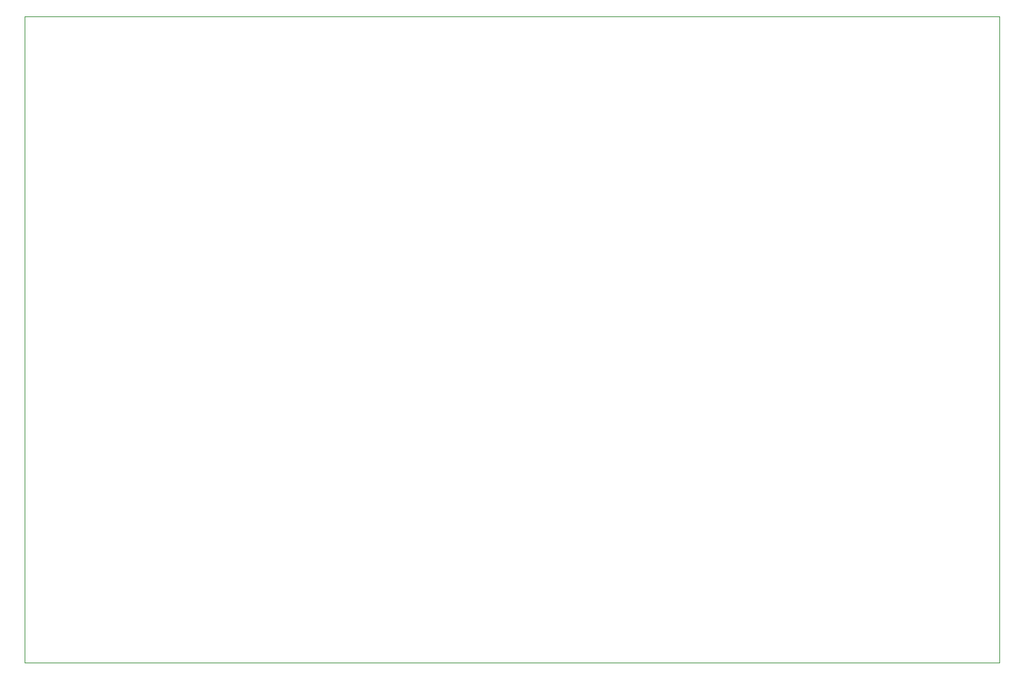
<source format=gbr>
%TF.GenerationSoftware,KiCad,Pcbnew,(5.1.7)-1*%
%TF.CreationDate,2021-03-18T15:35:39+01:00*%
%TF.ProjectId,RBY_tireuse,5242595f-7469-4726-9575-73652e6b6963,rev?*%
%TF.SameCoordinates,Original*%
%TF.FileFunction,Profile,NP*%
%FSLAX46Y46*%
G04 Gerber Fmt 4.6, Leading zero omitted, Abs format (unit mm)*
G04 Created by KiCad (PCBNEW (5.1.7)-1) date 2021-03-18 15:35:39*
%MOMM*%
%LPD*%
G01*
G04 APERTURE LIST*
%TA.AperFunction,Profile*%
%ADD10C,0.050000*%
%TD*%
G04 APERTURE END LIST*
D10*
X46990000Y-46990000D02*
X46990000Y-127000000D01*
X167640000Y-46990000D02*
X46990000Y-46990000D01*
X167640000Y-127000000D02*
X167640000Y-46990000D01*
X46990000Y-127000000D02*
X167640000Y-127000000D01*
M02*

</source>
